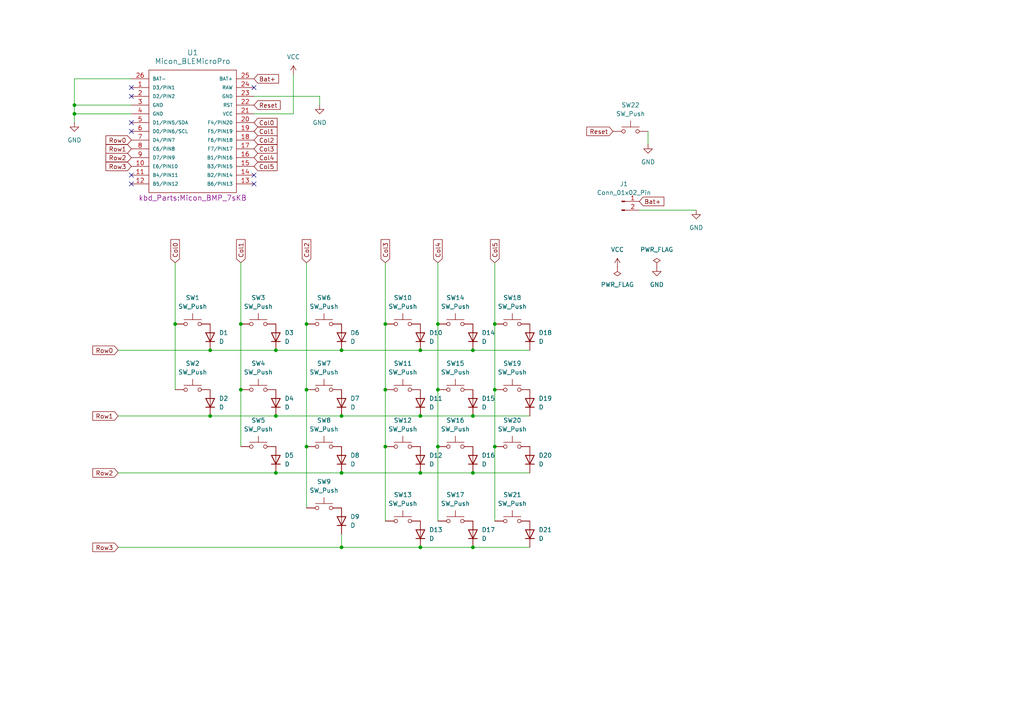
<source format=kicad_sch>
(kicad_sch (version 20250114) (generator "eeschema") (generator_version "9.0")
  (paper "A4")
  (lib_symbols
    (symbol "Connector:Conn_01x02_Pin" (pin_names (offset 1.016) (hide yes))
      (property "Reference" "J" (at 0 2.54 0))
      (property "Value" "Conn_01x02_Pin" (at 0 -5.08 0))
      (symbol "Conn_01x02_Pin_1_1"
        (rectangle (start 0.8636 0.127) (end 0 -0.127) (stroke (width 0.1524)) (fill (type outline)))
        (rectangle (start 0.8636 -2.413) (end 0 -2.667) (stroke (width 0.1524)) (fill (type outline)))
        (polyline (pts (xy 1.27 0) (xy 0.8636 0)) (stroke (width 0.1524)))
        (polyline (pts (xy 1.27 -2.54) (xy 0.8636 -2.54)) (stroke (width 0.1524)))
        (pin passive line (at 5.08 0 180) (length 3.81) (name "Pin_1") (number "1"))
        (pin passive line (at 5.08 -2.54 180) (length 3.81) (name "Pin_2") (number "2"))
      )
    )
    (symbol "Device:D" (pin_numbers (hide yes)) (pin_names (offset 1.016) (hide yes))
      (property "Reference" "D" (at 0 2.54 0))
      (property "Value" "D" (at 0 -2.54 0))
      (symbol "D_0_1"
        (polyline (pts (xy -1.27 1.27) (xy -1.27 -1.27)) (stroke (width 0.254)))
        (polyline (pts (xy 1.27 1.27) (xy 1.27 -1.27) (xy -1.27 0) (xy 1.27 1.27)) (stroke (width 0.254)))
        (polyline (pts (xy 1.27 0) (xy -1.27 0)))
      )
      (symbol "D_1_1"
        (pin passive line (at -3.81 0 0) (length 2.54) (name "K") (number "1"))
        (pin passive line (at 3.81 0 180) (length 2.54) (name "A") (number "2"))
      )
    )
    (symbol "Salicylic_kbd:Micon_BLEMicroPro" (pin_names (offset 1.016))
      (property "Reference" "U" (at 0 26.67 0))
      (property "Value" "Micon_BLEMicroPro" (at 0 -13.97 0))
      (symbol "Micon_BLEMicroPro_0_1"
        (rectangle (start 12.7 24.13) (end -12.7 -11.43))
      )
      (symbol "Micon_BLEMicroPro_1_1"
        (pin input line (at -17.78 21.59 0) (length 5.08) (name "BAT-") (number "26"))
        (pin bidirectional line (at -17.78 19.05 0) (length 5.08) (name "D3/PIN1") (number "1"))
        (pin bidirectional line (at -17.78 16.51 0) (length 5.08) (name "D2/PIN2") (number "2"))
        (pin power_in line (at -17.78 13.97 0) (length 5.08) (name "GND") (number "3"))
        (pin power_in line (at -17.78 11.43 0) (length 5.08) (name "GND") (number "4"))
        (pin bidirectional line (at -17.78 8.89 0) (length 5.08) (name "D1/PIN5/SDA") (number "5"))
        (pin bidirectional line (at -17.78 6.35 0) (length 5.08) (name "D0/PIN6/SCL") (number "6"))
        (pin bidirectional line (at -17.78 3.81 0) (length 5.08) (name "D4/PIN7") (number "7"))
        (pin bidirectional line (at -17.78 1.27 0) (length 5.08) (name "C6/PIN8") (number "8"))
        (pin bidirectional line (at -17.78 -1.27 0) (length 5.08) (name "D7/PIN9") (number "9"))
        (pin bidirectional line (at -17.78 -3.81 0) (length 5.08) (name "E6/PIN10") (number "10"))
        (pin bidirectional line (at -17.78 -6.35 0) (length 5.08) (name "B4/PIN11") (number "11"))
        (pin bidirectional line (at -17.78 -8.89 0) (length 5.08) (name "B5/PIN12") (number "12"))
        (pin input line (at 17.78 21.59 180) (length 5.08) (name "BAT+") (number "25"))
        (pin power_out line (at 17.78 19.05 180) (length 5.08) (name "RAW") (number "24"))
        (pin power_in line (at 17.78 16.51 180) (length 5.08) (name "GND") (number "23"))
        (pin input line (at 17.78 13.97 180) (length 5.08) (name "RST") (number "22"))
        (pin power_in line (at 17.78 11.43 180) (length 5.08) (name "VCC") (number "21"))
        (pin bidirectional line (at 17.78 8.89 180) (length 5.08) (name "F4/PIN20") (number "20"))
        (pin bidirectional line (at 17.78 6.35 180) (length 5.08) (name "F5/PIN19") (number "19"))
        (pin bidirectional line (at 17.78 3.81 180) (length 5.08) (name "F6/PIN18") (number "18"))
        (pin bidirectional line (at 17.78 1.27 180) (length 5.08) (name "F7/PIN17") (number "17"))
        (pin bidirectional line (at 17.78 -1.27 180) (length 5.08) (name "B1/PIN16") (number "16"))
        (pin bidirectional line (at 17.78 -3.81 180) (length 5.08) (name "B3/PIN15") (number "15"))
        (pin bidirectional line (at 17.78 -6.35 180) (length 5.08) (name "B2/PIN14") (number "14"))
        (pin bidirectional line (at 17.78 -8.89 180) (length 5.08) (name "B6/PIN13") (number "13"))
      )
    )
    (symbol "Switch:SW_Push" (pin_numbers (hide yes)) (pin_names (offset 1.016) (hide yes))
      (property "Reference" "SW" (at 1.27 2.54 0))
      (property "Value" "SW_Push" (at 0 -1.524 0))
      (symbol "SW_Push_0_1"
        (circle (center -2.032 0) (radius 0.508))
        (polyline (pts (xy 0 1.27) (xy 0 3.048)))
        (circle (center 2.032 0) (radius 0.508))
        (polyline (pts (xy 2.54 1.27) (xy -2.54 1.27)))
        (pin passive line (at -5.08 0 0) (length 2.54) (name "1") (number "1"))
        (pin passive line (at 5.08 0 180) (length 2.54) (name "2") (number "2"))
      )
    )
    (symbol "power:GND" (power) (pin_numbers (hide yes)) (pin_names (offset 0) (hide yes))
      (property "Value" "GND" (at 0 -3.81 0))
      (symbol "GND_0_1"
        (polyline (pts (xy 0 0) (xy 0 -1.27) (xy 1.27 -1.27) (xy 0 -2.54) (xy -1.27 -1.27) (xy 0 -1.27)))
      )
      (symbol "GND_1_1"
        (pin power_in line (at 0 0 270) (length 0) (name "~") (number "1"))
      )
    )
    (symbol "power:PWR_FLAG" (power) (pin_numbers (hide yes)) (pin_names (offset 0) (hide yes))
      (property "Value" "PWR_FLAG" (at 0 3.81 0))
      (symbol "PWR_FLAG_0_0"
        (pin power_out line (at 0 0 90) (length 0) (name "~") (number "1"))
      )
      (symbol "PWR_FLAG_0_1"
        (polyline (pts (xy 0 0) (xy 0 1.27) (xy -1.016 1.905) (xy 0 2.54) (xy 1.016 1.905) (xy 0 1.27)))
      )
    )
    (symbol "power:VCC" (power) (pin_numbers (hide yes)) (pin_names (offset 0) (hide yes))
      (property "Value" "VCC" (at 0 3.556 0))
      (symbol "VCC_0_1"
        (polyline (pts (xy -0.762 1.27) (xy 0 2.54)))
        (polyline (pts (xy 0 2.54) (xy 0.762 1.27)))
        (polyline (pts (xy 0 0) (xy 0 2.54)))
      )
      (symbol "VCC_1_1"
        (pin power_in line (at 0 0 90) (length 0) (name "~") (number "1"))
      )
    )
  )
  (junction (at 88.9 93.98))
  (junction (at 21.59 30.48))
  (junction (at 121.92 101.6))
  (junction (at 21.59 33.02))
  (junction (at 137.16 120.65))
  (junction (at 111.76 93.98))
  (junction (at 121.92 158.75))
  (junction (at 143.51 129.54))
  (junction (at 69.85 113.03))
  (junction (at 127 113.03))
  (junction (at 99.06 120.65))
  (junction (at 99.06 101.6))
  (junction (at 121.92 120.65))
  (junction (at 127 93.98))
  (junction (at 137.16 101.6))
  (junction (at 60.96 101.6))
  (junction (at 69.85 93.98))
  (junction (at 143.51 93.98))
  (junction (at 50.8 93.98))
  (junction (at 111.76 129.54))
  (junction (at 60.96 120.65))
  (junction (at 121.92 137.16))
  (junction (at 99.06 158.75))
  (junction (at 137.16 158.75))
  (junction (at 88.9 129.54))
  (junction (at 80.01 137.16))
  (junction (at 111.76 113.03))
  (junction (at 137.16 137.16))
  (junction (at 88.9 113.03))
  (junction (at 127 129.54))
  (junction (at 143.51 113.03))
  (junction (at 99.06 137.16))
  (junction (at 80.01 101.6))
  (junction (at 80.01 120.65))
  (no_connect (at 38.1 27.94))
  (no_connect (at 73.66 25.4))
  (no_connect (at 38.1 53.34))
  (no_connect (at 38.1 38.1))
  (no_connect (at 38.1 35.56))
  (no_connect (at 73.66 50.8))
  (no_connect (at 73.66 53.34))
  (no_connect (at 38.1 25.4))
  (no_connect (at 38.1 50.8))
  (wire (pts (xy 121.92 101.6) (xy 137.16 101.6)))
  (wire (pts (xy 111.76 93.98) (xy 111.76 113.03)))
  (wire (pts (xy 73.66 27.94) (xy 92.71 27.94)))
  (wire (pts (xy 80.01 120.65) (xy 99.06 120.65)))
  (wire (pts (xy 111.76 113.03) (xy 111.76 129.54)))
  (wire (pts (xy 88.9 93.98) (xy 88.9 113.03)))
  (wire (pts (xy 88.9 76.2) (xy 88.9 93.98)))
  (wire (pts (xy 143.51 76.2) (xy 143.51 93.98)))
  (wire (pts (xy 34.29 137.16) (xy 80.01 137.16)))
  (wire (pts (xy 34.29 158.75) (xy 99.06 158.75)))
  (wire (pts (xy 121.92 158.75) (xy 137.16 158.75)))
  (wire (pts (xy 69.85 76.2) (xy 69.85 93.98)))
  (wire (pts (xy 73.66 33.02) (xy 85.09 33.02)))
  (wire (pts (xy 137.16 137.16) (xy 153.67 137.16)))
  (wire (pts (xy 187.96 38.1) (xy 187.96 41.91)))
  (wire (pts (xy 121.92 137.16) (xy 137.16 137.16)))
  (wire (pts (xy 21.59 33.02) (xy 21.59 35.56)))
  (wire (pts (xy 121.92 120.65) (xy 137.16 120.65)))
  (wire (pts (xy 88.9 129.54) (xy 88.9 147.32)))
  (wire (pts (xy 143.51 113.03) (xy 143.51 129.54)))
  (wire (pts (xy 185.42 60.96) (xy 201.93 60.96)))
  (wire (pts (xy 92.71 27.94) (xy 92.71 30.48)))
  (wire (pts (xy 34.29 101.6) (xy 60.96 101.6)))
  (wire (pts (xy 80.01 101.6) (xy 99.06 101.6)))
  (wire (pts (xy 143.51 129.54) (xy 143.51 151.13)))
  (wire (pts (xy 127 129.54) (xy 127 151.13)))
  (wire (pts (xy 137.16 101.6) (xy 153.67 101.6)))
  (wire (pts (xy 60.96 120.65) (xy 80.01 120.65)))
  (wire (pts (xy 88.9 113.03) (xy 88.9 129.54)))
  (wire (pts (xy 38.1 30.48) (xy 21.59 30.48)))
  (wire (pts (xy 50.8 76.2) (xy 50.8 93.98)))
  (wire (pts (xy 137.16 120.65) (xy 153.67 120.65)))
  (wire (pts (xy 38.1 22.86) (xy 21.59 22.86)))
  (wire (pts (xy 111.76 129.54) (xy 111.76 151.13)))
  (wire (pts (xy 69.85 113.03) (xy 69.85 129.54)))
  (wire (pts (xy 127 93.98) (xy 127 113.03)))
  (wire (pts (xy 85.09 21.59) (xy 85.09 33.02)))
  (wire (pts (xy 99.06 101.6) (xy 121.92 101.6)))
  (wire (pts (xy 99.06 158.75) (xy 121.92 158.75)))
  (wire (pts (xy 50.8 93.98) (xy 50.8 113.03)))
  (wire (pts (xy 34.29 120.65) (xy 60.96 120.65)))
  (wire (pts (xy 99.06 120.65) (xy 121.92 120.65)))
  (wire (pts (xy 21.59 30.48) (xy 21.59 33.02)))
  (wire (pts (xy 143.51 93.98) (xy 143.51 113.03)))
  (wire (pts (xy 38.1 33.02) (xy 21.59 33.02)))
  (wire (pts (xy 127 76.2) (xy 127 93.98)))
  (wire (pts (xy 111.76 76.2) (xy 111.76 93.98)))
  (wire (pts (xy 99.06 154.94) (xy 99.06 158.75)))
  (wire (pts (xy 60.96 101.6) (xy 80.01 101.6)))
  (wire (pts (xy 99.06 137.16) (xy 121.92 137.16)))
  (wire (pts (xy 21.59 22.86) (xy 21.59 30.48)))
  (wire (pts (xy 137.16 158.75) (xy 153.67 158.75)))
  (wire (pts (xy 69.85 93.98) (xy 69.85 113.03)))
  (wire (pts (xy 127 113.03) (xy 127 129.54)))
  (wire (pts (xy 80.01 137.16) (xy 99.06 137.16)))
  (global_label "Bat+" (shape input) (at 73.66 22.86 0) (property "Intersheetrefs" "${INTERSHEET_REFS}" (effects (hide yes))))
  (global_label "Col4" (shape input) (at 127 76.2 90) (property "Intersheetrefs" "${INTERSHEET_REFS}" (effects (hide yes))))
  (global_label "Row3" (shape input) (at 38.1 48.26 180) (property "Intersheetrefs" "${INTERSHEET_REFS}" (effects (hide yes))))
  (global_label "Reset" (shape input) (at 73.66 30.48 0) (property "Intersheetrefs" "${INTERSHEET_REFS}" (effects (hide yes))))
  (global_label "Reset" (shape input) (at 177.8 38.1 180) (property "Intersheetrefs" "${INTERSHEET_REFS}" (effects (hide yes))))
  (global_label "Row1" (shape input) (at 34.29 120.65 180) (property "Intersheetrefs" "${INTERSHEET_REFS}" (effects (hide yes))))
  (global_label "Col2" (shape input) (at 88.9 76.2 90) (property "Intersheetrefs" "${INTERSHEET_REFS}" (effects (hide yes))))
  (global_label "Col0" (shape input) (at 73.66 35.56 0) (property "Intersheetrefs" "${INTERSHEET_REFS}" (effects (hide yes))))
  (global_label "Row2" (shape input) (at 38.1 45.72 180) (property "Intersheetrefs" "${INTERSHEET_REFS}" (effects (hide yes))))
  (global_label "Col2" (shape input) (at 73.66 40.64 0) (property "Intersheetrefs" "${INTERSHEET_REFS}" (effects (hide yes))))
  (global_label "Col1" (shape input) (at 69.85 76.2 90) (property "Intersheetrefs" "${INTERSHEET_REFS}" (effects (hide yes))))
  (global_label "Col0" (shape input) (at 50.8 76.2 90) (property "Intersheetrefs" "${INTERSHEET_REFS}" (effects (hide yes))))
  (global_label "Col3" (shape input) (at 111.76 76.2 90) (property "Intersheetrefs" "${INTERSHEET_REFS}" (effects (hide yes))))
  (global_label "Row1" (shape input) (at 38.1 43.18 180) (property "Intersheetrefs" "${INTERSHEET_REFS}" (effects (hide yes))))
  (global_label "Row2" (shape input) (at 34.29 137.16 180) (property "Intersheetrefs" "${INTERSHEET_REFS}" (effects (hide yes))))
  (global_label "Col5" (shape input) (at 143.51 76.2 90) (property "Intersheetrefs" "${INTERSHEET_REFS}" (effects (hide yes))))
  (global_label "Col5" (shape input) (at 73.66 48.26 0) (property "Intersheetrefs" "${INTERSHEET_REFS}" (effects (hide yes))))
  (global_label "Row0" (shape input) (at 34.29 101.6 180) (property "Intersheetrefs" "${INTERSHEET_REFS}" (effects (hide yes))))
  (global_label "Col4" (shape input) (at 73.66 45.72 0) (property "Intersheetrefs" "${INTERSHEET_REFS}" (effects (hide yes))))
  (global_label "Row3" (shape input) (at 34.29 158.75 180) (property "Intersheetrefs" "${INTERSHEET_REFS}" (effects (hide yes))))
  (global_label "Row0" (shape input) (at 38.1 40.64 180) (property "Intersheetrefs" "${INTERSHEET_REFS}" (effects (hide yes))))
  (global_label "Bat+" (shape input) (at 185.42 58.42 0) (property "Intersheetrefs" "${INTERSHEET_REFS}" (effects (hide yes))))
  (global_label "Col1" (shape input) (at 73.66 38.1 0) (property "Intersheetrefs" "${INTERSHEET_REFS}" (effects (hide yes))))
  (global_label "Col3" (shape input) (at 73.66 43.18 0) (property "Intersheetrefs" "${INTERSHEET_REFS}" (effects (hide yes))))
  (symbol (lib_id "Switch:SW_Push") (at 116.84 151.13 0) (unit 1)
    (property "Reference" "SW13" (at 116.84 143.51 0))
    (property "Value" "SW_Push" (at 116.84 146.05 0))
    (property "Footprint" "kbd_SW:Choc_v2_Hotswap_1u_16.5" (effects (hide yes)))
    (property "Description" "Push button switch, generic, two pins" (effects (hide yes)))
  )
  (symbol (lib_id "power:VCC") (at 179.07 77.47 0) (unit 1)
    (property "Reference" "#PWR04" (effects (hide yes)))
    (property "Value" "VCC" (at 179.07 72.39 0))
    (property "Description" "Power symbol creates a global label with name \"VCC\"" (effects (hide yes)))
  )
  (symbol (lib_id "Switch:SW_Push") (at 148.59 129.54 0) (unit 1)
    (property "Reference" "SW20" (at 148.59 121.92 0))
    (property "Value" "SW_Push" (at 148.59 124.46 0))
    (property "Footprint" "kbd_SW:Choc_v2_Hotswap_1u_16.5" (effects (hide yes)))
    (property "Description" "Push button switch, generic, two pins" (effects (hide yes)))
  )
  (symbol (lib_id "Switch:SW_Push") (at 93.98 129.54 0) (unit 1)
    (property "Reference" "SW8" (at 93.98 121.92 0))
    (property "Value" "SW_Push" (at 93.98 124.46 0))
    (property "Footprint" "kbd_SW:Choc_v2_Hotswap_1u_16.5" (effects (hide yes)))
    (property "Description" "Push button switch, generic, two pins" (effects (hide yes)))
  )
  (symbol (lib_id "Device:D") (at 153.67 97.79 90) (unit 1)
    (property "Reference" "D18" (at 156.21 96.5199 90) (effects (justify right)))
    (property "Value" "D" (at 156.21 99.0599 90) (effects (justify right)))
    (property "Footprint" "kbd_Parts:Diode_TH_SMD" (effects (hide yes)))
    (property "Description" "Diode" (effects (hide yes)))
    (property "Sim.Device" "D" (effects (hide yes)))
    (property "Sim.Pins" "1=K 2=A" (effects (hide yes)))
  )
  (symbol (lib_id "Switch:SW_Push") (at 182.88 38.1 0) (unit 1)
    (property "Reference" "SW22" (at 182.88 30.48 0))
    (property "Value" "SW_Push" (at 182.88 33.02 0))
    (property "Footprint" "kbd_Parts:ResetSW" (effects (hide yes)))
    (property "Description" "Push button switch, generic, two pins" (effects (hide yes)))
  )
  (symbol (lib_id "Switch:SW_Push") (at 116.84 129.54 0) (unit 1)
    (property "Reference" "SW12" (at 116.84 121.92 0))
    (property "Value" "SW_Push" (at 116.84 124.46 0))
    (property "Footprint" "kbd_SW:Choc_v2_Hotswap_1u_16.5" (effects (hide yes)))
    (property "Description" "Push button switch, generic, two pins" (effects (hide yes)))
  )
  (symbol (lib_id "Switch:SW_Push") (at 116.84 113.03 0) (unit 1)
    (property "Reference" "SW11" (at 116.84 105.41 0))
    (property "Value" "SW_Push" (at 116.84 107.95 0))
    (property "Footprint" "kbd_SW:Choc_v2_Hotswap_1u_16.5" (effects (hide yes)))
    (property "Description" "Push button switch, generic, two pins" (effects (hide yes)))
  )
  (symbol (lib_id "Salicylic_kbd:Micon_BLEMicroPro") (at 55.88 44.45 0) (unit 1)
    (property "Reference" "U1" (at 55.88 15.24 0) (effects (font (size 1.524 1.524))))
    (property "Value" "Micon_BLEMicroPro" (at 55.88 17.78 0) (effects (font (size 1.524 1.524))))
    (property "Footprint" "kbd_Parts:Micon_BMP_7sKB" (at 55.88 57.404 0) (effects (font (size 1.524 1.524))))
  )
  (symbol (lib_id "power:VCC") (at 85.09 21.59 0) (unit 1)
    (property "Reference" "#PWR02" (effects (hide yes)))
    (property "Value" "VCC" (at 85.09 16.51 0))
    (property "Description" "Power symbol creates a global label with name \"VCC\"" (effects (hide yes)))
  )
  (symbol (lib_id "Device:D") (at 121.92 97.79 90) (unit 1)
    (property "Reference" "D10" (at 124.46 96.5199 90) (effects (justify right)))
    (property "Value" "D" (at 124.46 99.0599 90) (effects (justify right)))
    (property "Footprint" "kbd_Parts:Diode_TH_SMD" (effects (hide yes)))
    (property "Description" "Diode" (effects (hide yes)))
    (property "Sim.Device" "D" (effects (hide yes)))
    (property "Sim.Pins" "1=K 2=A" (effects (hide yes)))
  )
  (symbol (lib_id "power:GND") (at 190.5 77.47 0) (unit 1)
    (property "Reference" "#PWR06" (effects (hide yes)))
    (property "Value" "GND" (at 190.5 82.55 0))
    (property "Description" "Power symbol creates a global label with name \"GND\" , ground" (effects (hide yes)))
  )
  (symbol (lib_id "Switch:SW_Push") (at 148.59 151.13 0) (unit 1)
    (property "Reference" "SW21" (at 148.59 143.51 0))
    (property "Value" "SW_Push" (at 148.59 146.05 0))
    (property "Footprint" "kbd_SW:Choc_v2_Hotswap_1u_16.5" (effects (hide yes)))
    (property "Description" "Push button switch, generic, two pins" (effects (hide yes)))
  )
  (symbol (lib_id "Switch:SW_Push") (at 93.98 147.32 0) (unit 1)
    (property "Reference" "SW9" (at 93.98 139.7 0))
    (property "Value" "SW_Push" (at 93.98 142.24 0))
    (property "Footprint" "kbd_SW:Choc_v2_Hotswap_1u_16.5" (effects (hide yes)))
    (property "Description" "Push button switch, generic, two pins" (effects (hide yes)))
  )
  (symbol (lib_id "Device:D") (at 137.16 154.94 90) (unit 1)
    (property "Reference" "D17" (at 139.7 153.6699 90) (effects (justify right)))
    (property "Value" "D" (at 139.7 156.2099 90) (effects (justify right)))
    (property "Footprint" "kbd_Parts:Diode_TH_SMD" (effects (hide yes)))
    (property "Description" "Diode" (effects (hide yes)))
    (property "Sim.Device" "D" (effects (hide yes)))
    (property "Sim.Pins" "1=K 2=A" (effects (hide yes)))
  )
  (symbol (lib_id "Device:D") (at 153.67 116.84 90) (unit 1)
    (property "Reference" "D19" (at 156.21 115.5699 90) (effects (justify right)))
    (property "Value" "D" (at 156.21 118.1099 90) (effects (justify right)))
    (property "Footprint" "kbd_Parts:Diode_TH_SMD" (effects (hide yes)))
    (property "Description" "Diode" (effects (hide yes)))
    (property "Sim.Device" "D" (effects (hide yes)))
    (property "Sim.Pins" "1=K 2=A" (effects (hide yes)))
  )
  (symbol (lib_id "Device:D") (at 60.96 116.84 90) (unit 1)
    (property "Reference" "D2" (at 63.5 115.5699 90) (effects (justify right)))
    (property "Value" "D" (at 63.5 118.1099 90) (effects (justify right)))
    (property "Footprint" "kbd_Parts:Diode_TH_SMD" (effects (hide yes)))
    (property "Description" "Diode" (effects (hide yes)))
    (property "Sim.Device" "D" (effects (hide yes)))
    (property "Sim.Pins" "1=K 2=A" (effects (hide yes)))
  )
  (symbol (lib_id "Device:D") (at 137.16 133.35 90) (unit 1)
    (property "Reference" "D16" (at 139.7 132.0799 90) (effects (justify right)))
    (property "Value" "D" (at 139.7 134.6199 90) (effects (justify right)))
    (property "Footprint" "kbd_Parts:Diode_TH_SMD" (effects (hide yes)))
    (property "Description" "Diode" (effects (hide yes)))
    (property "Sim.Device" "D" (effects (hide yes)))
    (property "Sim.Pins" "1=K 2=A" (effects (hide yes)))
  )
  (symbol (lib_id "Device:D") (at 121.92 154.94 90) (unit 1)
    (property "Reference" "D13" (at 124.46 153.6699 90) (effects (justify right)))
    (property "Value" "D" (at 124.46 156.2099 90) (effects (justify right)))
    (property "Footprint" "kbd_Parts:Diode_TH_SMD" (effects (hide yes)))
    (property "Description" "Diode" (effects (hide yes)))
    (property "Sim.Device" "D" (effects (hide yes)))
    (property "Sim.Pins" "1=K 2=A" (effects (hide yes)))
  )
  (symbol (lib_id "Device:D") (at 99.06 133.35 90) (unit 1)
    (property "Reference" "D8" (at 101.6 132.0799 90) (effects (justify right)))
    (property "Value" "D" (at 101.6 134.6199 90) (effects (justify right)))
    (property "Footprint" "kbd_Parts:Diode_TH_SMD" (effects (hide yes)))
    (property "Description" "Diode" (effects (hide yes)))
    (property "Sim.Device" "D" (effects (hide yes)))
    (property "Sim.Pins" "1=K 2=A" (effects (hide yes)))
  )
  (symbol (lib_id "Device:D") (at 99.06 97.79 90) (unit 1)
    (property "Reference" "D6" (at 101.6 96.5199 90) (effects (justify right)))
    (property "Value" "D" (at 101.6 99.0599 90) (effects (justify right)))
    (property "Footprint" "kbd_Parts:Diode_TH_SMD" (effects (hide yes)))
    (property "Description" "Diode" (effects (hide yes)))
    (property "Sim.Device" "D" (effects (hide yes)))
    (property "Sim.Pins" "1=K 2=A" (effects (hide yes)))
  )
  (symbol (lib_id "Switch:SW_Push") (at 55.88 93.98 0) (unit 1)
    (property "Reference" "SW1" (at 55.88 86.36 0))
    (property "Value" "SW_Push" (at 55.88 88.9 0))
    (property "Footprint" "kbd_SW:Choc_v2_Hotswap_1u_16.5" (effects (hide yes)))
    (property "Description" "Push button switch, generic, two pins" (effects (hide yes)))
  )
  (symbol (lib_id "Device:D") (at 137.16 116.84 90) (unit 1)
    (property "Reference" "D15" (at 139.7 115.5699 90) (effects (justify right)))
    (property "Value" "D" (at 139.7 118.1099 90) (effects (justify right)))
    (property "Footprint" "kbd_Parts:Diode_TH_SMD" (effects (hide yes)))
    (property "Description" "Diode" (effects (hide yes)))
    (property "Sim.Device" "D" (effects (hide yes)))
    (property "Sim.Pins" "1=K 2=A" (effects (hide yes)))
  )
  (symbol (lib_id "Connector:Conn_01x02_Pin") (at 180.34 58.42 0) (unit 1)
    (property "Reference" "J1" (at 180.975 53.34 0))
    (property "Value" "Conn_01x02_Pin" (at 180.975 55.88 0))
    (property "Footprint" "kbd_Parts:Battery_2pin" (effects (hide yes)))
    (property "Description" "Generic connector, single row, 01x02, script generated" (effects (hide yes)))
  )
  (symbol (lib_id "Device:D") (at 153.67 154.94 90) (unit 1)
    (property "Reference" "D21" (at 156.21 153.6699 90) (effects (justify right)))
    (property "Value" "D" (at 156.21 156.2099 90) (effects (justify right)))
    (property "Footprint" "kbd_Parts:Diode_TH_SMD" (effects (hide yes)))
    (property "Description" "Diode" (effects (hide yes)))
    (property "Sim.Device" "D" (effects (hide yes)))
    (property "Sim.Pins" "1=K 2=A" (effects (hide yes)))
  )
  (symbol (lib_id "power:GND") (at 201.93 60.96 0) (unit 1)
    (property "Reference" "#PWR07" (effects (hide yes)))
    (property "Value" "GND" (at 201.93 66.04 0))
    (property "Description" "Power symbol creates a global label with name \"GND\" , ground" (effects (hide yes)))
  )
  (symbol (lib_id "Device:D") (at 80.01 133.35 90) (unit 1)
    (property "Reference" "D5" (at 82.55 132.0799 90) (effects (justify right)))
    (property "Value" "D" (at 82.55 134.6199 90) (effects (justify right)))
    (property "Footprint" "kbd_Parts:Diode_TH_SMD" (effects (hide yes)))
    (property "Description" "Diode" (effects (hide yes)))
    (property "Sim.Device" "D" (effects (hide yes)))
    (property "Sim.Pins" "1=K 2=A" (effects (hide yes)))
  )
  (symbol (lib_id "power:GND") (at 92.71 30.48 0) (unit 1)
    (property "Reference" "#PWR03" (effects (hide yes)))
    (property "Value" "GND" (at 92.71 35.56 0))
    (property "Description" "Power symbol creates a global label with name \"GND\" , ground" (effects (hide yes)))
  )
  (symbol (lib_id "power:GND") (at 187.96 41.91 0) (unit 1)
    (property "Reference" "#PWR05" (effects (hide yes)))
    (property "Value" "GND" (at 187.96 46.99 0))
    (property "Description" "Power symbol creates a global label with name \"GND\" , ground" (effects (hide yes)))
  )
  (symbol (lib_id "Device:D") (at 121.92 133.35 90) (unit 1)
    (property "Reference" "D12" (at 124.46 132.0799 90) (effects (justify right)))
    (property "Value" "D" (at 124.46 134.6199 90) (effects (justify right)))
    (property "Footprint" "kbd_Parts:Diode_TH_SMD" (effects (hide yes)))
    (property "Description" "Diode" (effects (hide yes)))
    (property "Sim.Device" "D" (effects (hide yes)))
    (property "Sim.Pins" "1=K 2=A" (effects (hide yes)))
  )
  (symbol (lib_id "Switch:SW_Push") (at 74.93 93.98 0) (unit 1)
    (property "Reference" "SW3" (at 74.93 86.36 0))
    (property "Value" "SW_Push" (at 74.93 88.9 0))
    (property "Footprint" "kbd_SW:Choc_v2_Hotswap_1u_16.5" (effects (hide yes)))
    (property "Description" "Push button switch, generic, two pins" (effects (hide yes)))
  )
  (symbol (lib_id "Switch:SW_Push") (at 132.08 93.98 0) (unit 1)
    (property "Reference" "SW14" (at 132.08 86.36 0))
    (property "Value" "SW_Push" (at 132.08 88.9 0))
    (property "Footprint" "kbd_SW:Choc_v2_Hotswap_1u_16.5" (effects (hide yes)))
    (property "Description" "Push button switch, generic, two pins" (effects (hide yes)))
  )
  (symbol (lib_id "power:PWR_FLAG") (at 179.07 77.47 180) (unit 1)
    (property "Reference" "#FLG01" (effects (hide yes)))
    (property "Value" "PWR_FLAG" (at 179.07 82.55 0))
    (property "Description" "Special symbol for telling ERC where power comes from" (effects (hide yes)))
  )
  (symbol (lib_id "Switch:SW_Push") (at 132.08 151.13 0) (unit 1)
    (property "Reference" "SW17" (at 132.08 143.51 0))
    (property "Value" "SW_Push" (at 132.08 146.05 0))
    (property "Footprint" "kbd_SW:Choc_v2_Hotswap_1u_16.5" (effects (hide yes)))
    (property "Description" "Push button switch, generic, two pins" (effects (hide yes)))
  )
  (symbol (lib_id "power:GND") (at 21.59 35.56 0) (unit 1)
    (property "Reference" "#PWR01" (effects (hide yes)))
    (property "Value" "GND" (at 21.59 40.64 0))
    (property "Description" "Power symbol creates a global label with name \"GND\" , ground" (effects (hide yes)))
  )
  (symbol (lib_id "Switch:SW_Push") (at 93.98 93.98 0) (unit 1)
    (property "Reference" "SW6" (at 93.98 86.36 0))
    (property "Value" "SW_Push" (at 93.98 88.9 0))
    (property "Footprint" "kbd_SW:Choc_v2_Hotswap_1u_16.5" (effects (hide yes)))
    (property "Description" "Push button switch, generic, two pins" (effects (hide yes)))
  )
  (symbol (lib_id "Device:D") (at 60.96 97.79 90) (unit 1)
    (property "Reference" "D1" (at 63.5 96.5199 90) (effects (justify right)))
    (property "Value" "D" (at 63.5 99.0599 90) (effects (justify right)))
    (property "Footprint" "kbd_Parts:Diode_TH_SMD" (effects (hide yes)))
    (property "Description" "Diode" (effects (hide yes)))
    (property "Sim.Device" "D" (effects (hide yes)))
    (property "Sim.Pins" "1=K 2=A" (effects (hide yes)))
  )
  (symbol (lib_id "Switch:SW_Push") (at 148.59 113.03 0) (unit 1)
    (property "Reference" "SW19" (at 148.59 105.41 0))
    (property "Value" "SW_Push" (at 148.59 107.95 0))
    (property "Footprint" "kbd_SW:Choc_v2_Hotswap_1u_16.5" (effects (hide yes)))
    (property "Description" "Push button switch, generic, two pins" (effects (hide yes)))
  )
  (symbol (lib_id "Device:D") (at 121.92 116.84 90) (unit 1)
    (property "Reference" "D11" (at 124.46 115.5699 90) (effects (justify right)))
    (property "Value" "D" (at 124.46 118.1099 90) (effects (justify right)))
    (property "Footprint" "kbd_Parts:Diode_TH_SMD" (effects (hide yes)))
    (property "Description" "Diode" (effects (hide yes)))
    (property "Sim.Device" "D" (effects (hide yes)))
    (property "Sim.Pins" "1=K 2=A" (effects (hide yes)))
  )
  (symbol (lib_id "Switch:SW_Push") (at 55.88 113.03 0) (unit 1)
    (property "Reference" "SW2" (at 55.88 105.41 0))
    (property "Value" "SW_Push" (at 55.88 107.95 0))
    (property "Footprint" "kbd_SW:Choc_v2_Hotswap_1u_16.5" (effects (hide yes)))
    (property "Description" "Push button switch, generic, two pins" (effects (hide yes)))
  )
  (symbol (lib_id "Device:D") (at 99.06 151.13 90) (unit 1)
    (property "Reference" "D9" (at 101.6 149.8599 90) (effects (justify right)))
    (property "Value" "D" (at 101.6 152.3999 90) (effects (justify right)))
    (property "Footprint" "kbd_Parts:Diode_TH_SMD" (effects (hide yes)))
    (property "Description" "Diode" (effects (hide yes)))
    (property "Sim.Device" "D" (effects (hide yes)))
    (property "Sim.Pins" "1=K 2=A" (effects (hide yes)))
  )
  (symbol (lib_id "Switch:SW_Push") (at 74.93 129.54 0) (unit 1)
    (property "Reference" "SW5" (at 74.93 121.92 0))
    (property "Value" "SW_Push" (at 74.93 124.46 0))
    (property "Footprint" "kbd_SW:Choc_v2_Hotswap_1u_16.5" (effects (hide yes)))
    (property "Description" "Push button switch, generic, two pins" (effects (hide yes)))
  )
  (symbol (lib_id "Switch:SW_Push") (at 74.93 113.03 0) (unit 1)
    (property "Reference" "SW4" (at 74.93 105.41 0))
    (property "Value" "SW_Push" (at 74.93 107.95 0))
    (property "Footprint" "kbd_SW:Choc_v2_Hotswap_1u_16.5" (effects (hide yes)))
    (property "Description" "Push button switch, generic, two pins" (effects (hide yes)))
  )
  (symbol (lib_id "Switch:SW_Push") (at 93.98 113.03 0) (unit 1)
    (property "Reference" "SW7" (at 93.98 105.41 0))
    (property "Value" "SW_Push" (at 93.98 107.95 0))
    (property "Footprint" "kbd_SW:Choc_v2_Hotswap_1u_16.5" (effects (hide yes)))
    (property "Description" "Push button switch, generic, two pins" (effects (hide yes)))
  )
  (symbol (lib_id "Switch:SW_Push") (at 132.08 113.03 0) (unit 1)
    (property "Reference" "SW15" (at 132.08 105.41 0))
    (property "Value" "SW_Push" (at 132.08 107.95 0))
    (property "Footprint" "kbd_SW:Choc_v2_Hotswap_1u_16.5" (effects (hide yes)))
    (property "Description" "Push button switch, generic, two pins" (effects (hide yes)))
  )
  (symbol (lib_id "Device:D") (at 137.16 97.79 90) (unit 1)
    (property "Reference" "D14" (at 139.7 96.5199 90) (effects (justify right)))
    (property "Value" "D" (at 139.7 99.0599 90) (effects (justify right)))
    (property "Footprint" "kbd_Parts:Diode_TH_SMD" (effects (hide yes)))
    (property "Description" "Diode" (effects (hide yes)))
    (property "Sim.Device" "D" (effects (hide yes)))
    (property "Sim.Pins" "1=K 2=A" (effects (hide yes)))
  )
  (symbol (lib_id "Device:D") (at 153.67 133.35 90) (unit 1)
    (property "Reference" "D20" (at 156.21 132.0799 90) (effects (justify right)))
    (property "Value" "D" (at 156.21 134.6199 90) (effects (justify right)))
    (property "Footprint" "kbd_Parts:Diode_TH_SMD" (effects (hide yes)))
    (property "Description" "Diode" (effects (hide yes)))
    (property "Sim.Device" "D" (effects (hide yes)))
    (property "Sim.Pins" "1=K 2=A" (effects (hide yes)))
  )
  (symbol (lib_id "power:PWR_FLAG") (at 190.5 77.47 0) (unit 1)
    (property "Reference" "#FLG02" (effects (hide yes)))
    (property "Value" "PWR_FLAG" (at 190.5 72.39 0))
    (property "Description" "Special symbol for telling ERC where power comes from" (effects (hide yes)))
  )
  (symbol (lib_id "Switch:SW_Push") (at 132.08 129.54 0) (unit 1)
    (property "Reference" "SW16" (at 132.08 121.92 0))
    (property "Value" "SW_Push" (at 132.08 124.46 0))
    (property "Footprint" "kbd_SW:Choc_v2_Hotswap_1u_16.5" (effects (hide yes)))
    (property "Description" "Push button switch, generic, two pins" (effects (hide yes)))
  )
  (symbol (lib_id "Device:D") (at 80.01 97.79 90) (unit 1)
    (property "Reference" "D3" (at 82.55 96.5199 90) (effects (justify right)))
    (property "Value" "D" (at 82.55 99.0599 90) (effects (justify right)))
    (property "Footprint" "kbd_Parts:Diode_TH_SMD" (effects (hide yes)))
    (property "Description" "Diode" (effects (hide yes)))
    (property "Sim.Device" "D" (effects (hide yes)))
    (property "Sim.Pins" "1=K 2=A" (effects (hide yes)))
  )
  (symbol (lib_id "Switch:SW_Push") (at 148.59 93.98 0) (unit 1)
    (property "Reference" "SW18" (at 148.59 86.36 0))
    (property "Value" "SW_Push" (at 148.59 88.9 0))
    (property "Footprint" "kbd_SW:Choc_v2_Hotswap_1u_16.5" (effects (hide yes)))
    (property "Description" "Push button switch, generic, two pins" (effects (hide yes)))
  )
  (symbol (lib_id "Device:D") (at 99.06 116.84 90) (unit 1)
    (property "Reference" "D7" (at 101.6 115.5699 90) (effects (justify right)))
    (property "Value" "D" (at 101.6 118.1099 90) (effects (justify right)))
    (property "Footprint" "kbd_Parts:Diode_TH_SMD" (effects (hide yes)))
    (property "Description" "Diode" (effects (hide yes)))
    (property "Sim.Device" "D" (effects (hide yes)))
    (property "Sim.Pins" "1=K 2=A" (effects (hide yes)))
  )
  (symbol (lib_id "Device:D") (at 80.01 116.84 90) (unit 1)
    (property "Reference" "D4" (at 82.55 115.5699 90) (effects (justify right)))
    (property "Value" "D" (at 82.55 118.1099 90) (effects (justify right)))
    (property "Footprint" "kbd_Parts:Diode_TH_SMD" (effects (hide yes)))
    (property "Description" "Diode" (effects (hide yes)))
    (property "Sim.Device" "D" (effects (hide yes)))
    (property "Sim.Pins" "1=K 2=A" (effects (hide yes)))
  )
  (symbol (lib_id "Switch:SW_Push") (at 116.84 93.98 0) (unit 1)
    (property "Reference" "SW10" (at 116.84 86.36 0))
    (property "Value" "SW_Push" (at 116.84 88.9 0))
    (property "Footprint" "kbd_SW:Choc_v2_Hotswap_1u_16.5" (effects (hide yes)))
    (property "Description" "Push button switch, generic, two pins" (effects (hide yes)))
  )
)
</source>
